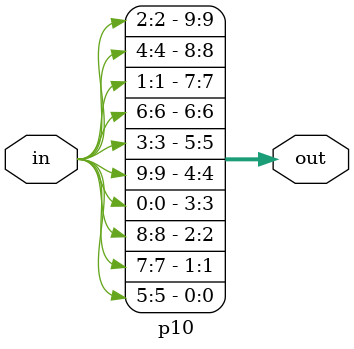
<source format=v>
module p10(
input wire [0:9] in,
output wire [9:0] out
);

//index is -1 because it starts at 0
assign out = {in[2],in[4],in[1],in[6],in[3],in[9],in[0],in[8],in[7],in[5]};

endmodule
</source>
